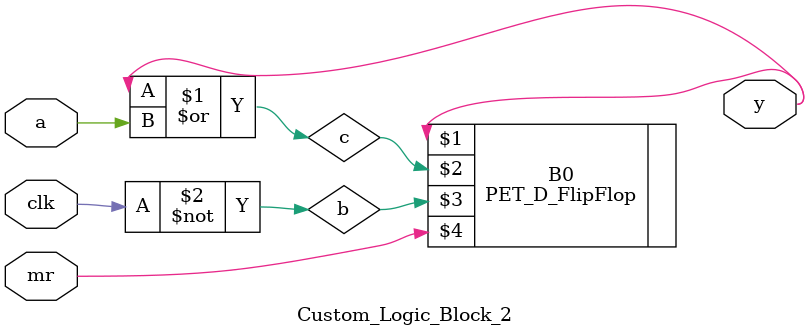
<source format=v>
`timescale 1ns / 1ps

module Custom_Logic_Block_2(y,a,clk,mr);

input a,clk,mr;
output y;

wire b,c;

not A0(b,clk);
or C0(c,y,a);

PET_D_FlipFlop B0(y,c,b,mr);

endmodule

</source>
